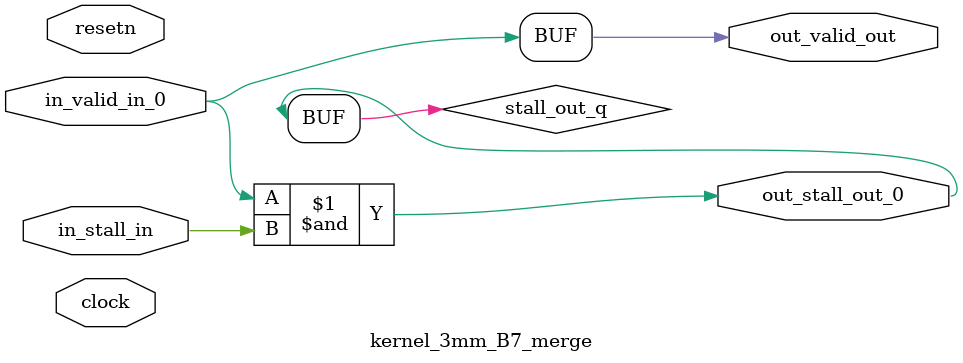
<source format=sv>



(* altera_attribute = "-name AUTO_SHIFT_REGISTER_RECOGNITION OFF; -name MESSAGE_DISABLE 10036; -name MESSAGE_DISABLE 10037; -name MESSAGE_DISABLE 14130; -name MESSAGE_DISABLE 14320; -name MESSAGE_DISABLE 15400; -name MESSAGE_DISABLE 14130; -name MESSAGE_DISABLE 10036; -name MESSAGE_DISABLE 12020; -name MESSAGE_DISABLE 12030; -name MESSAGE_DISABLE 12010; -name MESSAGE_DISABLE 12110; -name MESSAGE_DISABLE 14320; -name MESSAGE_DISABLE 13410; -name MESSAGE_DISABLE 113007; -name MESSAGE_DISABLE 10958" *)
module kernel_3mm_B7_merge (
    input wire [0:0] in_stall_in,
    input wire [0:0] in_valid_in_0,
    output wire [0:0] out_stall_out_0,
    output wire [0:0] out_valid_out,
    input wire clock,
    input wire resetn
    );

    wire [0:0] stall_out_q;


    // stall_out(LOGICAL,6)
    assign stall_out_q = in_valid_in_0 & in_stall_in;

    // out_stall_out_0(GPOUT,4)
    assign out_stall_out_0 = stall_out_q;

    // out_valid_out(GPOUT,5)
    assign out_valid_out = in_valid_in_0;

endmodule

</source>
